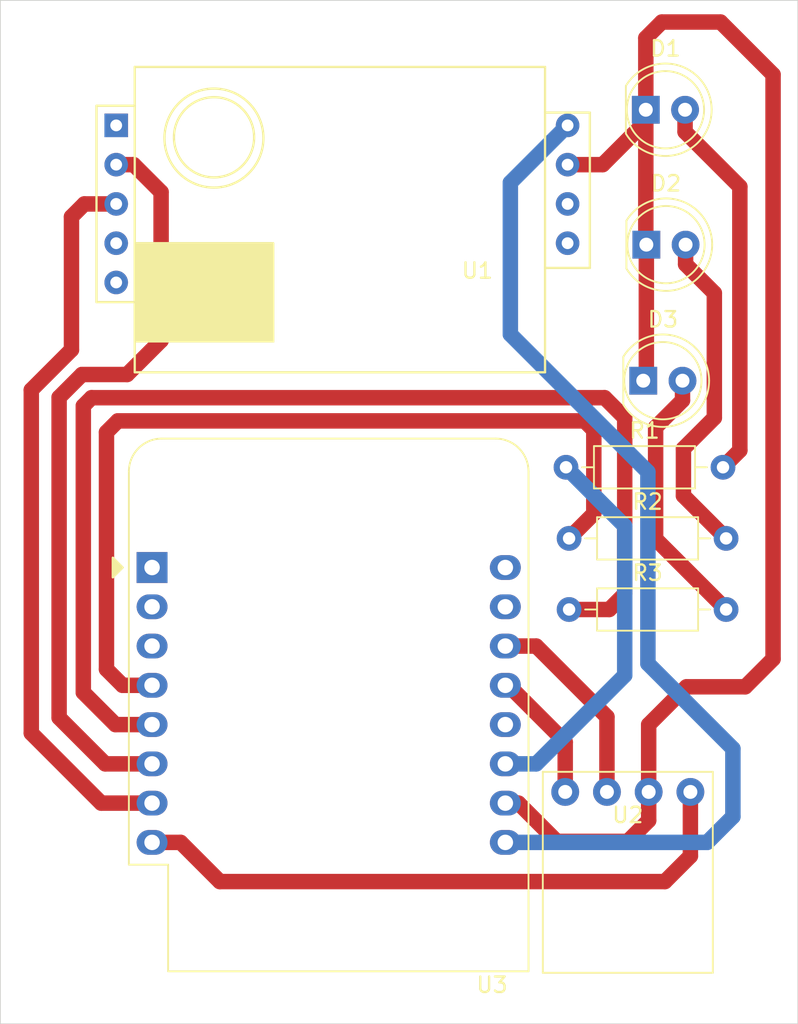
<source format=kicad_pcb>
(kicad_pcb (version 20171130) (host pcbnew "(5.1.8)-1")

  (general
    (thickness 1.6)
    (drawings 5)
    (tracks 95)
    (zones 0)
    (modules 9)
    (nets 25)
  )

  (page A4)
  (layers
    (0 F.Cu signal)
    (31 B.Cu signal)
    (32 B.Adhes user)
    (33 F.Adhes user)
    (34 B.Paste user)
    (35 F.Paste user)
    (36 B.SilkS user)
    (37 F.SilkS user)
    (38 B.Mask user)
    (39 F.Mask user)
    (40 Dwgs.User user)
    (41 Cmts.User user)
    (42 Eco1.User user)
    (43 Eco2.User user)
    (44 Edge.Cuts user)
    (45 Margin user)
    (46 B.CrtYd user)
    (47 F.CrtYd user)
    (48 B.Fab user)
    (49 F.Fab user)
  )

  (setup
    (last_trace_width 1)
    (trace_clearance 0.5)
    (zone_clearance 0.508)
    (zone_45_only no)
    (trace_min 0.2)
    (via_size 0.8)
    (via_drill 0.4)
    (via_min_size 0.4)
    (via_min_drill 0.3)
    (uvia_size 0.3)
    (uvia_drill 0.1)
    (uvias_allowed no)
    (uvia_min_size 0.2)
    (uvia_min_drill 0.1)
    (edge_width 0.05)
    (segment_width 0.2)
    (pcb_text_width 0.3)
    (pcb_text_size 1.5 1.5)
    (mod_edge_width 0.12)
    (mod_text_size 1 1)
    (mod_text_width 0.15)
    (pad_size 1.524 1.524)
    (pad_drill 0.762)
    (pad_to_mask_clearance 0)
    (aux_axis_origin 0 0)
    (visible_elements 7FFFFFFF)
    (pcbplotparams
      (layerselection 0x011fc_ffffffff)
      (usegerberextensions false)
      (usegerberattributes true)
      (usegerberadvancedattributes true)
      (creategerberjobfile true)
      (excludeedgelayer true)
      (linewidth 0.100000)
      (plotframeref false)
      (viasonmask false)
      (mode 1)
      (useauxorigin false)
      (hpglpennumber 1)
      (hpglpenspeed 20)
      (hpglpendiameter 15.000000)
      (psnegative false)
      (psa4output false)
      (plotreference true)
      (plotvalue true)
      (plotinvisibletext false)
      (padsonsilk false)
      (subtractmaskfromsilk false)
      (outputformat 1)
      (mirror false)
      (drillshape 0)
      (scaleselection 1)
      (outputdirectory "JLCPCB/"))
  )

  (net 0 "")
  (net 1 "Net-(D1-Pad1)")
  (net 2 "Net-(D1-Pad2)")
  (net 3 "Net-(D2-Pad2)")
  (net 4 "Net-(D3-Pad2)")
  (net 5 "Net-(R1-Pad1)")
  (net 6 "Net-(R2-Pad1)")
  (net 7 "Net-(R3-Pad1)")
  (net 8 "Net-(U1-Pad9)")
  (net 9 "Net-(U1-Pad8)")
  (net 10 "Net-(U1-Pad6)")
  (net 11 "Net-(U1-Pad5)")
  (net 12 "Net-(U1-Pad4)")
  (net 13 "Net-(U1-Pad3)")
  (net 14 "Net-(U1-Pad2)")
  (net 15 "Net-(U1-Pad1)")
  (net 16 "Net-(U2-Pad3)")
  (net 17 "Net-(U2-Pad4)")
  (net 18 "Net-(U3-Pad2)")
  (net 19 "Net-(U3-Pad1)")
  (net 20 "Net-(U3-Pad3)")
  (net 21 "Net-(U3-Pad12)")
  (net 22 "Net-(U3-Pad15)")
  (net 23 "Net-(U3-Pad16)")
  (net 24 "Net-(U2-Pad1)")

  (net_class Default "This is the default net class."
    (clearance 0.5)
    (trace_width 1)
    (via_dia 0.8)
    (via_drill 0.4)
    (uvia_dia 0.3)
    (uvia_drill 0.1)
    (add_net "Net-(U1-Pad1)")
    (add_net "Net-(U1-Pad2)")
    (add_net "Net-(U1-Pad3)")
    (add_net "Net-(U1-Pad4)")
    (add_net "Net-(U1-Pad5)")
    (add_net "Net-(U1-Pad6)")
    (add_net "Net-(U1-Pad8)")
    (add_net "Net-(U1-Pad9)")
    (add_net "Net-(U2-Pad1)")
    (add_net "Net-(U2-Pad3)")
    (add_net "Net-(U2-Pad4)")
    (add_net "Net-(U3-Pad1)")
    (add_net "Net-(U3-Pad12)")
    (add_net "Net-(U3-Pad15)")
    (add_net "Net-(U3-Pad16)")
    (add_net "Net-(U3-Pad2)")
    (add_net "Net-(U3-Pad3)")
  )

  (net_class PWR ""
    (clearance 0.5)
    (trace_width 1)
    (via_dia 0.8)
    (via_drill 0.4)
    (uvia_dia 0.3)
    (uvia_drill 0.1)
    (add_net "Net-(D1-Pad1)")
    (add_net "Net-(D1-Pad2)")
    (add_net "Net-(D2-Pad2)")
    (add_net "Net-(D3-Pad2)")
    (add_net "Net-(R1-Pad1)")
    (add_net "Net-(R2-Pad1)")
    (add_net "Net-(R3-Pad1)")
  )

  (module mh-z19b:Winsen_MH-Z19B (layer F.Cu) (tedit 5F8B2EEF) (tstamp 5FD275D3)
    (at 218.694 117.856 180)
    (path /5FCBE99F)
    (fp_text reference U1 (at -23.368 4.572) (layer F.SilkS)
      (effects (font (size 1 1) (thickness 0.15)))
    )
    (fp_text value MH-Z19B (at -19.05 0.762) (layer F.Fab)
      (effects (font (size 1 1) (thickness 0.15)))
    )
    (fp_line (start -1.2 -2) (end -1.2 17.75) (layer F.SilkS) (width 0.15))
    (fp_poly (pts (xy -10.16 0) (xy -10.16 6.35) (xy -1.27 6.35) (xy -1.27 0)) (layer F.SilkS) (width 0.15))
    (fp_circle (center -6.330656 13.2) (end -8.530656 11.825) (layer F.SilkS) (width 0.15))
    (fp_circle (center -6.325 13.15) (end -9.425 12.35) (layer F.SilkS) (width 0.15))
    (fp_line (start -27.75 17.75) (end -1.2 17.75) (layer F.SilkS) (width 0.15))
    (fp_line (start -27.75 -2) (end -27.75 17.75) (layer F.SilkS) (width 0.15))
    (fp_line (start -30.65 14.8) (end -27.75 14.8) (layer F.SilkS) (width 0.15))
    (fp_line (start -30.65 4.75) (end -30.65 14.8) (layer F.SilkS) (width 0.15))
    (fp_line (start -27.75 4.75) (end -30.65 4.75) (layer F.SilkS) (width 0.15))
    (fp_line (start -1.27 2.54) (end 1.27 2.54) (layer F.SilkS) (width 0.15))
    (fp_line (start 1.275 2.54) (end 1.275 15.24) (layer F.SilkS) (width 0.15))
    (fp_line (start 1.27 15.24) (end -1.205 15.24) (layer F.SilkS) (width 0.15))
    (fp_line (start -1.2 -2) (end -27.75 -2) (layer F.SilkS) (width 0.15))
    (pad 9 thru_hole circle (at -29.21 6.35 180) (size 1.524 1.524) (drill 0.762) (layers *.Cu *.Mask)
      (net 8 "Net-(U1-Pad9)"))
    (pad 8 thru_hole circle (at -29.21 8.89 180) (size 1.524 1.524) (drill 0.762) (layers *.Cu *.Mask)
      (net 9 "Net-(U1-Pad8)"))
    (pad 7 thru_hole circle (at -29.21 11.43 180) (size 1.524 1.524) (drill 0.762) (layers *.Cu *.Mask)
      (net 1 "Net-(D1-Pad1)"))
    (pad 6 thru_hole circle (at -29.21 13.97 180) (size 1.524 1.524) (drill 0.762) (layers *.Cu *.Mask)
      (net 10 "Net-(U1-Pad6)"))
    (pad 5 thru_hole circle (at 0 3.81 180) (size 1.524 1.524) (drill 0.762) (layers *.Cu *.Mask)
      (net 11 "Net-(U1-Pad5)"))
    (pad 4 thru_hole circle (at 0 6.35 180) (size 1.524 1.524) (drill 0.762) (layers *.Cu *.Mask)
      (net 12 "Net-(U1-Pad4)"))
    (pad 3 thru_hole circle (at 0 8.89 180) (size 1.524 1.524) (drill 0.762) (layers *.Cu *.Mask)
      (net 13 "Net-(U1-Pad3)"))
    (pad 2 thru_hole circle (at 0 11.43 180) (size 1.524 1.524) (drill 0.762) (layers *.Cu *.Mask)
      (net 14 "Net-(U1-Pad2)"))
    (pad 1 thru_hole rect (at 0 13.97 180) (size 1.524 1.524) (drill 0.762) (layers *.Cu *.Mask)
      (net 15 "Net-(U1-Pad1)"))
  )

  (module GY-BME280:GY-BME280 (layer F.Cu) (tedit 5FD0FFBB) (tstamp 5FD28798)
    (at 251.8 149 180)
    (path /5FD2126B)
    (fp_text reference U2 (at 0 0.5) (layer F.SilkS)
      (effects (font (size 1 1) (thickness 0.15)))
    )
    (fp_text value gybmep (at 0 -0.5) (layer F.Fab)
      (effects (font (size 1 1) (thickness 0.15)))
    )
    (fp_line (start -5.5 3.3) (end 5.5 3.3) (layer F.SilkS) (width 0.12))
    (fp_line (start 5.5 3.3) (end 5.5 -9.7) (layer F.SilkS) (width 0.12))
    (fp_line (start 5.5 -9.7) (end -5.5 -9.7) (layer F.SilkS) (width 0.12))
    (fp_line (start -5.5 -9.7) (end -5.5 3.3) (layer F.SilkS) (width 0.12))
    (pad 4 thru_hole circle (at 4.05 2 180) (size 1.8 1.8) (drill 0.9) (layers *.Cu *.Mask)
      (net 17 "Net-(U2-Pad4)"))
    (pad 3 thru_hole circle (at 1.35 2 180) (size 1.8 1.8) (drill 0.9) (layers *.Cu *.Mask)
      (net 16 "Net-(U2-Pad3)"))
    (pad 2 thru_hole circle (at -1.35 2 180) (size 1.8 1.8) (drill 0.9) (layers *.Cu *.Mask)
      (net 1 "Net-(D1-Pad1)"))
    (pad 1 thru_hole circle (at -4.05 2 180) (size 1.8 1.8) (drill 0.9) (layers *.Cu *.Mask)
      (net 24 "Net-(U2-Pad1)"))
  )

  (module Module:WEMOS_D1_mini_light (layer F.Cu) (tedit 5BBFB1CE) (tstamp 5FD27F05)
    (at 221.015001 132.485001)
    (descr "16-pin module, column spacing 22.86 mm (900 mils), https://wiki.wemos.cc/products:d1:d1_mini, https://c1.staticflickr.com/1/734/31400410271_f278b087db_z.jpg")
    (tags "ESP8266 WiFi microcontroller")
    (path /5FCD2C92)
    (fp_text reference U3 (at 22 27) (layer F.SilkS)
      (effects (font (size 1 1) (thickness 0.15)))
    )
    (fp_text value WeMos_D1_mini (at 11.7 0) (layer F.Fab)
      (effects (font (size 1 1) (thickness 0.15)))
    )
    (fp_line (start 1.04 19.22) (end 1.04 26.12) (layer F.SilkS) (width 0.12))
    (fp_line (start -1.5 19.22) (end 1.04 19.22) (layer F.SilkS) (width 0.12))
    (fp_line (start -0.37 0) (end -1.37 -1) (layer F.Fab) (width 0.1))
    (fp_line (start -1.37 1) (end -0.37 0) (layer F.Fab) (width 0.1))
    (fp_line (start -1.37 -6.21) (end -1.37 -1) (layer F.Fab) (width 0.1))
    (fp_line (start 1.17 19.09) (end 1.17 25.99) (layer F.Fab) (width 0.1))
    (fp_line (start -1.37 19.09) (end 1.17 19.09) (layer F.Fab) (width 0.1))
    (fp_line (start -1.35 -7.4) (end -0.55 -8.2) (layer Dwgs.User) (width 0.1))
    (fp_line (start -1.3 -5.45) (end 1.45 -8.2) (layer Dwgs.User) (width 0.1))
    (fp_line (start -1.35 -3.4) (end 3.45 -8.2) (layer Dwgs.User) (width 0.1))
    (fp_line (start 22.65 -1.4) (end 24.25 -3) (layer Dwgs.User) (width 0.1))
    (fp_line (start 20.65 -1.4) (end 24.25 -5) (layer Dwgs.User) (width 0.1))
    (fp_line (start 18.65 -1.4) (end 24.25 -7) (layer Dwgs.User) (width 0.1))
    (fp_line (start 16.65 -1.4) (end 23.45 -8.2) (layer Dwgs.User) (width 0.1))
    (fp_line (start 14.65 -1.4) (end 21.45 -8.2) (layer Dwgs.User) (width 0.1))
    (fp_line (start 12.65 -1.4) (end 19.45 -8.2) (layer Dwgs.User) (width 0.1))
    (fp_line (start 10.65 -1.4) (end 17.45 -8.2) (layer Dwgs.User) (width 0.1))
    (fp_line (start 8.65 -1.4) (end 15.45 -8.2) (layer Dwgs.User) (width 0.1))
    (fp_line (start 6.65 -1.4) (end 13.45 -8.2) (layer Dwgs.User) (width 0.1))
    (fp_line (start 4.65 -1.4) (end 11.45 -8.2) (layer Dwgs.User) (width 0.1))
    (fp_line (start 2.65 -1.4) (end 9.45 -8.2) (layer Dwgs.User) (width 0.1))
    (fp_line (start 0.65 -1.4) (end 7.45 -8.2) (layer Dwgs.User) (width 0.1))
    (fp_line (start -1.35 -1.4) (end 5.45 -8.2) (layer Dwgs.User) (width 0.1))
    (fp_line (start -1.35 -8.2) (end -1.35 -1.4) (layer Dwgs.User) (width 0.1))
    (fp_line (start 24.25 -8.2) (end -1.35 -8.2) (layer Dwgs.User) (width 0.1))
    (fp_line (start 24.25 -1.4) (end 24.25 -8.2) (layer Dwgs.User) (width 0.1))
    (fp_line (start -1.35 -1.4) (end 24.25 -1.4) (layer Dwgs.User) (width 0.1))
    (fp_poly (pts (xy -2.54 -0.635) (xy -2.54 0.635) (xy -1.905 0)) (layer F.SilkS) (width 0.15))
    (fp_line (start -1.62 26.24) (end -1.62 -8.46) (layer F.CrtYd) (width 0.05))
    (fp_line (start 24.48 26.24) (end -1.62 26.24) (layer F.CrtYd) (width 0.05))
    (fp_line (start 24.48 -8.41) (end 24.48 26.24) (layer F.CrtYd) (width 0.05))
    (fp_line (start -1.62 -8.46) (end 24.48 -8.46) (layer F.CrtYd) (width 0.05))
    (fp_line (start -1.37 1) (end -1.37 19.09) (layer F.Fab) (width 0.1))
    (fp_line (start 22.23 -8.21) (end 0.63 -8.21) (layer F.Fab) (width 0.1))
    (fp_line (start 24.23 25.99) (end 24.23 -6.21) (layer F.Fab) (width 0.1))
    (fp_line (start 1.17 25.99) (end 24.23 25.99) (layer F.Fab) (width 0.1))
    (fp_line (start 22.24 -8.34) (end 0.63 -8.34) (layer F.SilkS) (width 0.12))
    (fp_line (start 24.36 26.12) (end 24.36 -6.21) (layer F.SilkS) (width 0.12))
    (fp_line (start -1.5 19.22) (end -1.5 -6.21) (layer F.SilkS) (width 0.12))
    (fp_line (start 1.04 26.12) (end 24.36 26.12) (layer F.SilkS) (width 0.12))
    (fp_text user %R (at 11.43 10) (layer F.Fab)
      (effects (font (size 1 1) (thickness 0.15)))
    )
    (fp_arc (start 0.63 -6.21) (end 0.63 -8.21) (angle -90) (layer F.Fab) (width 0.1))
    (fp_arc (start 22.23 -6.21) (end 24.23 -6.19) (angle -90) (layer F.Fab) (width 0.1))
    (fp_arc (start 0.63 -6.21) (end 0.63 -8.34) (angle -90) (layer F.SilkS) (width 0.12))
    (fp_arc (start 22.23 -6.21) (end 24.36 -6.21) (angle -90) (layer F.SilkS) (width 0.12))
    (fp_text user "KEEP OUT" (at 11.43 -6.35) (layer Cmts.User)
      (effects (font (size 1 1) (thickness 0.15)))
    )
    (fp_text user "No copper" (at 11.43 -3.81) (layer Cmts.User)
      (effects (font (size 1 1) (thickness 0.15)))
    )
    (pad 2 thru_hole oval (at 0 2.54) (size 2 1.6) (drill 1) (layers *.Cu *.Mask)
      (net 18 "Net-(U3-Pad2)"))
    (pad 1 thru_hole rect (at 0 0) (size 2 2) (drill 1) (layers *.Cu *.Mask)
      (net 19 "Net-(U3-Pad1)"))
    (pad 3 thru_hole oval (at 0 5.08) (size 2 1.6) (drill 1) (layers *.Cu *.Mask)
      (net 20 "Net-(U3-Pad3)"))
    (pad 4 thru_hole oval (at 0 7.62) (size 2 1.6) (drill 1) (layers *.Cu *.Mask)
      (net 6 "Net-(R2-Pad1)"))
    (pad 5 thru_hole oval (at 0 10.16) (size 2 1.6) (drill 1) (layers *.Cu *.Mask)
      (net 7 "Net-(R3-Pad1)"))
    (pad 6 thru_hole oval (at 0 12.7) (size 2 1.6) (drill 1) (layers *.Cu *.Mask)
      (net 14 "Net-(U1-Pad2)"))
    (pad 7 thru_hole oval (at 0 15.24) (size 2 1.6) (drill 1) (layers *.Cu *.Mask)
      (net 13 "Net-(U1-Pad3)"))
    (pad 8 thru_hole oval (at 0 17.78) (size 2 1.6) (drill 1) (layers *.Cu *.Mask)
      (net 24 "Net-(U2-Pad1)"))
    (pad 9 thru_hole oval (at 22.86 17.78) (size 2 1.6) (drill 1) (layers *.Cu *.Mask)
      (net 10 "Net-(U1-Pad6)"))
    (pad 10 thru_hole oval (at 22.86 15.24) (size 2 1.6) (drill 1) (layers *.Cu *.Mask)
      (net 1 "Net-(D1-Pad1)"))
    (pad 11 thru_hole oval (at 22.86 12.7) (size 2 1.6) (drill 1) (layers *.Cu *.Mask)
      (net 5 "Net-(R1-Pad1)"))
    (pad 12 thru_hole oval (at 22.86 10.16) (size 2 1.6) (drill 1) (layers *.Cu *.Mask)
      (net 21 "Net-(U3-Pad12)"))
    (pad 13 thru_hole oval (at 22.86 7.62) (size 2 1.6) (drill 1) (layers *.Cu *.Mask)
      (net 17 "Net-(U2-Pad4)"))
    (pad 14 thru_hole oval (at 22.86 5.08) (size 2 1.6) (drill 1) (layers *.Cu *.Mask)
      (net 16 "Net-(U2-Pad3)"))
    (pad 15 thru_hole oval (at 22.86 2.54) (size 2 1.6) (drill 1) (layers *.Cu *.Mask)
      (net 22 "Net-(U3-Pad15)"))
    (pad 16 thru_hole oval (at 22.86 0) (size 2 1.6) (drill 1) (layers *.Cu *.Mask)
      (net 23 "Net-(U3-Pad16)"))
    (model ${KISYS3DMOD}/Module.3dshapes/WEMOS_D1_mini_light.wrl
      (at (xyz 0 0 0))
      (scale (xyz 1 1 1))
      (rotate (xyz 0 0 0))
    )
    (model ${KISYS3DMOD}/Connector_PinHeader_2.54mm.3dshapes/PinHeader_1x08_P2.54mm_Vertical.wrl
      (offset (xyz 0 0 9.5))
      (scale (xyz 1 1 1))
      (rotate (xyz 0 -180 0))
    )
    (model ${KISYS3DMOD}/Connector_PinHeader_2.54mm.3dshapes/PinHeader_1x08_P2.54mm_Vertical.wrl
      (offset (xyz 22.86 0 9.5))
      (scale (xyz 1 1 1))
      (rotate (xyz 0 -180 0))
    )
    (model ${KISYS3DMOD}/Connector_PinSocket_2.54mm.3dshapes/PinSocket_1x08_P2.54mm_Vertical.wrl
      (at (xyz 0 0 0))
      (scale (xyz 1 1 1))
      (rotate (xyz 0 0 0))
    )
    (model ${KISYS3DMOD}/Connector_PinSocket_2.54mm.3dshapes/PinSocket_1x08_P2.54mm_Vertical.wrl
      (offset (xyz 22.86 0 0))
      (scale (xyz 1 1 1))
      (rotate (xyz 0 0 0))
    )
  )

  (module LED_THT:LED_D5.0mm (layer F.Cu) (tedit 5995936A) (tstamp 5FD29705)
    (at 252.965001 102.875001)
    (descr "LED, diameter 5.0mm, 2 pins, http://cdn-reichelt.de/documents/datenblatt/A500/LL-504BC2E-009.pdf")
    (tags "LED diameter 5.0mm 2 pins")
    (path /5FD12599)
    (fp_text reference D1 (at 1.27 -3.96) (layer F.SilkS)
      (effects (font (size 1 1) (thickness 0.15)))
    )
    (fp_text value LED (at 1.27 3.96) (layer F.Fab)
      (effects (font (size 1 1) (thickness 0.15)))
    )
    (fp_line (start 4.5 -3.25) (end -1.95 -3.25) (layer F.CrtYd) (width 0.05))
    (fp_line (start 4.5 3.25) (end 4.5 -3.25) (layer F.CrtYd) (width 0.05))
    (fp_line (start -1.95 3.25) (end 4.5 3.25) (layer F.CrtYd) (width 0.05))
    (fp_line (start -1.95 -3.25) (end -1.95 3.25) (layer F.CrtYd) (width 0.05))
    (fp_line (start -1.29 -1.545) (end -1.29 1.545) (layer F.SilkS) (width 0.12))
    (fp_line (start -1.23 -1.469694) (end -1.23 1.469694) (layer F.Fab) (width 0.1))
    (fp_circle (center 1.27 0) (end 3.77 0) (layer F.SilkS) (width 0.12))
    (fp_circle (center 1.27 0) (end 3.77 0) (layer F.Fab) (width 0.1))
    (fp_arc (start 1.27 0) (end -1.23 -1.469694) (angle 299.1) (layer F.Fab) (width 0.1))
    (fp_arc (start 1.27 0) (end -1.29 -1.54483) (angle 148.9) (layer F.SilkS) (width 0.12))
    (fp_arc (start 1.27 0) (end -1.29 1.54483) (angle -148.9) (layer F.SilkS) (width 0.12))
    (fp_text user %R (at 1.25 0) (layer F.Fab)
      (effects (font (size 0.8 0.8) (thickness 0.2)))
    )
    (pad 1 thru_hole rect (at 0 0) (size 1.8 1.8) (drill 0.9) (layers *.Cu *.Mask)
      (net 1 "Net-(D1-Pad1)"))
    (pad 2 thru_hole circle (at 2.54 0) (size 1.8 1.8) (drill 0.9) (layers *.Cu *.Mask)
      (net 2 "Net-(D1-Pad2)"))
    (model ${KISYS3DMOD}/LED_THT.3dshapes/LED_D5.0mm.wrl
      (at (xyz 0 0 0))
      (scale (xyz 1 1 1))
      (rotate (xyz 0 0 0))
    )
  )

  (module LED_THT:LED_D5.0mm (layer F.Cu) (tedit 5995936A) (tstamp 5FD296D2)
    (at 253 111.6)
    (descr "LED, diameter 5.0mm, 2 pins, http://cdn-reichelt.de/documents/datenblatt/A500/LL-504BC2E-009.pdf")
    (tags "LED diameter 5.0mm 2 pins")
    (path /5FD136A0)
    (fp_text reference D2 (at 1.27 -3.96) (layer F.SilkS)
      (effects (font (size 1 1) (thickness 0.15)))
    )
    (fp_text value LED (at 1.27 3.96) (layer F.Fab)
      (effects (font (size 1 1) (thickness 0.15)))
    )
    (fp_circle (center 1.27 0) (end 3.77 0) (layer F.Fab) (width 0.1))
    (fp_circle (center 1.27 0) (end 3.77 0) (layer F.SilkS) (width 0.12))
    (fp_line (start -1.23 -1.469694) (end -1.23 1.469694) (layer F.Fab) (width 0.1))
    (fp_line (start -1.29 -1.545) (end -1.29 1.545) (layer F.SilkS) (width 0.12))
    (fp_line (start -1.95 -3.25) (end -1.95 3.25) (layer F.CrtYd) (width 0.05))
    (fp_line (start -1.95 3.25) (end 4.5 3.25) (layer F.CrtYd) (width 0.05))
    (fp_line (start 4.5 3.25) (end 4.5 -3.25) (layer F.CrtYd) (width 0.05))
    (fp_line (start 4.5 -3.25) (end -1.95 -3.25) (layer F.CrtYd) (width 0.05))
    (fp_text user %R (at 1.25 0) (layer F.Fab)
      (effects (font (size 0.8 0.8) (thickness 0.2)))
    )
    (fp_arc (start 1.27 0) (end -1.29 1.54483) (angle -148.9) (layer F.SilkS) (width 0.12))
    (fp_arc (start 1.27 0) (end -1.29 -1.54483) (angle 148.9) (layer F.SilkS) (width 0.12))
    (fp_arc (start 1.27 0) (end -1.23 -1.469694) (angle 299.1) (layer F.Fab) (width 0.1))
    (pad 2 thru_hole circle (at 2.54 0) (size 1.8 1.8) (drill 0.9) (layers *.Cu *.Mask)
      (net 3 "Net-(D2-Pad2)"))
    (pad 1 thru_hole rect (at 0 0) (size 1.8 1.8) (drill 0.9) (layers *.Cu *.Mask)
      (net 1 "Net-(D1-Pad1)"))
    (model ${KISYS3DMOD}/LED_THT.3dshapes/LED_D5.0mm.wrl
      (at (xyz 0 0 0))
      (scale (xyz 1 1 1))
      (rotate (xyz 0 0 0))
    )
  )

  (module LED_THT:LED_D5.0mm (layer F.Cu) (tedit 5995936A) (tstamp 5FD2977A)
    (at 252.8 120.4)
    (descr "LED, diameter 5.0mm, 2 pins, http://cdn-reichelt.de/documents/datenblatt/A500/LL-504BC2E-009.pdf")
    (tags "LED diameter 5.0mm 2 pins")
    (path /5FD14625)
    (fp_text reference D3 (at 1.27 -3.96) (layer F.SilkS)
      (effects (font (size 1 1) (thickness 0.15)))
    )
    (fp_text value LED (at 1.27 3.96) (layer F.Fab)
      (effects (font (size 1 1) (thickness 0.15)))
    )
    (fp_line (start 4.5 -3.25) (end -1.95 -3.25) (layer F.CrtYd) (width 0.05))
    (fp_line (start 4.5 3.25) (end 4.5 -3.25) (layer F.CrtYd) (width 0.05))
    (fp_line (start -1.95 3.25) (end 4.5 3.25) (layer F.CrtYd) (width 0.05))
    (fp_line (start -1.95 -3.25) (end -1.95 3.25) (layer F.CrtYd) (width 0.05))
    (fp_line (start -1.29 -1.545) (end -1.29 1.545) (layer F.SilkS) (width 0.12))
    (fp_line (start -1.23 -1.469694) (end -1.23 1.469694) (layer F.Fab) (width 0.1))
    (fp_circle (center 1.27 0) (end 3.77 0) (layer F.SilkS) (width 0.12))
    (fp_circle (center 1.27 0) (end 3.77 0) (layer F.Fab) (width 0.1))
    (fp_arc (start 1.27 0) (end -1.23 -1.469694) (angle 299.1) (layer F.Fab) (width 0.1))
    (fp_arc (start 1.27 0) (end -1.29 -1.54483) (angle 148.9) (layer F.SilkS) (width 0.12))
    (fp_arc (start 1.27 0) (end -1.29 1.54483) (angle -148.9) (layer F.SilkS) (width 0.12))
    (fp_text user %R (at 1.25 0) (layer F.Fab)
      (effects (font (size 0.8 0.8) (thickness 0.2)))
    )
    (pad 1 thru_hole rect (at 0 0) (size 1.8 1.8) (drill 0.9) (layers *.Cu *.Mask)
      (net 1 "Net-(D1-Pad1)"))
    (pad 2 thru_hole circle (at 2.54 0) (size 1.8 1.8) (drill 0.9) (layers *.Cu *.Mask)
      (net 4 "Net-(D3-Pad2)"))
    (model ${KISYS3DMOD}/LED_THT.3dshapes/LED_D5.0mm.wrl
      (at (xyz 0 0 0))
      (scale (xyz 1 1 1))
      (rotate (xyz 0 0 0))
    )
  )

  (module Resistor_THT:R_Axial_DIN0207_L6.3mm_D2.5mm_P10.16mm_Horizontal (layer F.Cu) (tedit 5AE5139B) (tstamp 5FD2973D)
    (at 247.8 126)
    (descr "Resistor, Axial_DIN0207 series, Axial, Horizontal, pin pitch=10.16mm, 0.25W = 1/4W, length*diameter=6.3*2.5mm^2, http://cdn-reichelt.de/documents/datenblatt/B400/1_4W%23YAG.pdf")
    (tags "Resistor Axial_DIN0207 series Axial Horizontal pin pitch 10.16mm 0.25W = 1/4W length 6.3mm diameter 2.5mm")
    (path /5FD1520A)
    (fp_text reference R1 (at 5.08 -2.37) (layer F.SilkS)
      (effects (font (size 1 1) (thickness 0.15)))
    )
    (fp_text value R (at 5.08 2.37) (layer F.Fab)
      (effects (font (size 1 1) (thickness 0.15)))
    )
    (fp_line (start 11.21 -1.5) (end -1.05 -1.5) (layer F.CrtYd) (width 0.05))
    (fp_line (start 11.21 1.5) (end 11.21 -1.5) (layer F.CrtYd) (width 0.05))
    (fp_line (start -1.05 1.5) (end 11.21 1.5) (layer F.CrtYd) (width 0.05))
    (fp_line (start -1.05 -1.5) (end -1.05 1.5) (layer F.CrtYd) (width 0.05))
    (fp_line (start 9.12 0) (end 8.35 0) (layer F.SilkS) (width 0.12))
    (fp_line (start 1.04 0) (end 1.81 0) (layer F.SilkS) (width 0.12))
    (fp_line (start 8.35 -1.37) (end 1.81 -1.37) (layer F.SilkS) (width 0.12))
    (fp_line (start 8.35 1.37) (end 8.35 -1.37) (layer F.SilkS) (width 0.12))
    (fp_line (start 1.81 1.37) (end 8.35 1.37) (layer F.SilkS) (width 0.12))
    (fp_line (start 1.81 -1.37) (end 1.81 1.37) (layer F.SilkS) (width 0.12))
    (fp_line (start 10.16 0) (end 8.23 0) (layer F.Fab) (width 0.1))
    (fp_line (start 0 0) (end 1.93 0) (layer F.Fab) (width 0.1))
    (fp_line (start 8.23 -1.25) (end 1.93 -1.25) (layer F.Fab) (width 0.1))
    (fp_line (start 8.23 1.25) (end 8.23 -1.25) (layer F.Fab) (width 0.1))
    (fp_line (start 1.93 1.25) (end 8.23 1.25) (layer F.Fab) (width 0.1))
    (fp_line (start 1.93 -1.25) (end 1.93 1.25) (layer F.Fab) (width 0.1))
    (fp_text user %R (at 5.08 0) (layer F.Fab)
      (effects (font (size 1 1) (thickness 0.15)))
    )
    (pad 1 thru_hole circle (at 0 0) (size 1.6 1.6) (drill 0.8) (layers *.Cu *.Mask)
      (net 5 "Net-(R1-Pad1)"))
    (pad 2 thru_hole oval (at 10.16 0) (size 1.6 1.6) (drill 0.8) (layers *.Cu *.Mask)
      (net 2 "Net-(D1-Pad2)"))
    (model ${KISYS3DMOD}/Resistor_THT.3dshapes/R_Axial_DIN0207_L6.3mm_D2.5mm_P10.16mm_Horizontal.wrl
      (at (xyz 0 0 0))
      (scale (xyz 1 1 1))
      (rotate (xyz 0 0 0))
    )
  )

  (module Resistor_THT:R_Axial_DIN0207_L6.3mm_D2.5mm_P10.16mm_Horizontal (layer F.Cu) (tedit 5AE5139B) (tstamp 5FD297FD)
    (at 248 130.6)
    (descr "Resistor, Axial_DIN0207 series, Axial, Horizontal, pin pitch=10.16mm, 0.25W = 1/4W, length*diameter=6.3*2.5mm^2, http://cdn-reichelt.de/documents/datenblatt/B400/1_4W%23YAG.pdf")
    (tags "Resistor Axial_DIN0207 series Axial Horizontal pin pitch 10.16mm 0.25W = 1/4W length 6.3mm diameter 2.5mm")
    (path /5FD163C1)
    (fp_text reference R2 (at 5.08 -2.37) (layer F.SilkS)
      (effects (font (size 1 1) (thickness 0.15)))
    )
    (fp_text value R (at 5.08 2.37) (layer F.Fab)
      (effects (font (size 1 1) (thickness 0.15)))
    )
    (fp_line (start 1.93 -1.25) (end 1.93 1.25) (layer F.Fab) (width 0.1))
    (fp_line (start 1.93 1.25) (end 8.23 1.25) (layer F.Fab) (width 0.1))
    (fp_line (start 8.23 1.25) (end 8.23 -1.25) (layer F.Fab) (width 0.1))
    (fp_line (start 8.23 -1.25) (end 1.93 -1.25) (layer F.Fab) (width 0.1))
    (fp_line (start 0 0) (end 1.93 0) (layer F.Fab) (width 0.1))
    (fp_line (start 10.16 0) (end 8.23 0) (layer F.Fab) (width 0.1))
    (fp_line (start 1.81 -1.37) (end 1.81 1.37) (layer F.SilkS) (width 0.12))
    (fp_line (start 1.81 1.37) (end 8.35 1.37) (layer F.SilkS) (width 0.12))
    (fp_line (start 8.35 1.37) (end 8.35 -1.37) (layer F.SilkS) (width 0.12))
    (fp_line (start 8.35 -1.37) (end 1.81 -1.37) (layer F.SilkS) (width 0.12))
    (fp_line (start 1.04 0) (end 1.81 0) (layer F.SilkS) (width 0.12))
    (fp_line (start 9.12 0) (end 8.35 0) (layer F.SilkS) (width 0.12))
    (fp_line (start -1.05 -1.5) (end -1.05 1.5) (layer F.CrtYd) (width 0.05))
    (fp_line (start -1.05 1.5) (end 11.21 1.5) (layer F.CrtYd) (width 0.05))
    (fp_line (start 11.21 1.5) (end 11.21 -1.5) (layer F.CrtYd) (width 0.05))
    (fp_line (start 11.21 -1.5) (end -1.05 -1.5) (layer F.CrtYd) (width 0.05))
    (fp_text user %R (at 5.08 0) (layer F.Fab)
      (effects (font (size 1 1) (thickness 0.15)))
    )
    (pad 2 thru_hole oval (at 10.16 0) (size 1.6 1.6) (drill 0.8) (layers *.Cu *.Mask)
      (net 3 "Net-(D2-Pad2)"))
    (pad 1 thru_hole circle (at 0 0) (size 1.6 1.6) (drill 0.8) (layers *.Cu *.Mask)
      (net 6 "Net-(R2-Pad1)"))
    (model ${KISYS3DMOD}/Resistor_THT.3dshapes/R_Axial_DIN0207_L6.3mm_D2.5mm_P10.16mm_Horizontal.wrl
      (at (xyz 0 0 0))
      (scale (xyz 1 1 1))
      (rotate (xyz 0 0 0))
    )
  )

  (module Resistor_THT:R_Axial_DIN0207_L6.3mm_D2.5mm_P10.16mm_Horizontal (layer F.Cu) (tedit 5AE5139B) (tstamp 5FD29695)
    (at 248 135.2)
    (descr "Resistor, Axial_DIN0207 series, Axial, Horizontal, pin pitch=10.16mm, 0.25W = 1/4W, length*diameter=6.3*2.5mm^2, http://cdn-reichelt.de/documents/datenblatt/B400/1_4W%23YAG.pdf")
    (tags "Resistor Axial_DIN0207 series Axial Horizontal pin pitch 10.16mm 0.25W = 1/4W length 6.3mm diameter 2.5mm")
    (path /5FD16E36)
    (fp_text reference R3 (at 5.08 -2.37) (layer F.SilkS)
      (effects (font (size 1 1) (thickness 0.15)))
    )
    (fp_text value R (at 5.08 2.37) (layer F.Fab)
      (effects (font (size 1 1) (thickness 0.15)))
    )
    (fp_line (start 11.21 -1.5) (end -1.05 -1.5) (layer F.CrtYd) (width 0.05))
    (fp_line (start 11.21 1.5) (end 11.21 -1.5) (layer F.CrtYd) (width 0.05))
    (fp_line (start -1.05 1.5) (end 11.21 1.5) (layer F.CrtYd) (width 0.05))
    (fp_line (start -1.05 -1.5) (end -1.05 1.5) (layer F.CrtYd) (width 0.05))
    (fp_line (start 9.12 0) (end 8.35 0) (layer F.SilkS) (width 0.12))
    (fp_line (start 1.04 0) (end 1.81 0) (layer F.SilkS) (width 0.12))
    (fp_line (start 8.35 -1.37) (end 1.81 -1.37) (layer F.SilkS) (width 0.12))
    (fp_line (start 8.35 1.37) (end 8.35 -1.37) (layer F.SilkS) (width 0.12))
    (fp_line (start 1.81 1.37) (end 8.35 1.37) (layer F.SilkS) (width 0.12))
    (fp_line (start 1.81 -1.37) (end 1.81 1.37) (layer F.SilkS) (width 0.12))
    (fp_line (start 10.16 0) (end 8.23 0) (layer F.Fab) (width 0.1))
    (fp_line (start 0 0) (end 1.93 0) (layer F.Fab) (width 0.1))
    (fp_line (start 8.23 -1.25) (end 1.93 -1.25) (layer F.Fab) (width 0.1))
    (fp_line (start 8.23 1.25) (end 8.23 -1.25) (layer F.Fab) (width 0.1))
    (fp_line (start 1.93 1.25) (end 8.23 1.25) (layer F.Fab) (width 0.1))
    (fp_line (start 1.93 -1.25) (end 1.93 1.25) (layer F.Fab) (width 0.1))
    (fp_text user %R (at 5.08 0) (layer F.Fab)
      (effects (font (size 1 1) (thickness 0.15)))
    )
    (pad 1 thru_hole circle (at 0 0) (size 1.6 1.6) (drill 0.8) (layers *.Cu *.Mask)
      (net 7 "Net-(R3-Pad1)"))
    (pad 2 thru_hole oval (at 10.16 0) (size 1.6 1.6) (drill 0.8) (layers *.Cu *.Mask)
      (net 4 "Net-(D3-Pad2)"))
    (model ${KISYS3DMOD}/Resistor_THT.3dshapes/R_Axial_DIN0207_L6.3mm_D2.5mm_P10.16mm_Horizontal.wrl
      (at (xyz 0 0 0))
      (scale (xyz 1 1 1))
      (rotate (xyz 0 0 0))
    )
  )

  (gr_line (start 262.8 162) (end 211.2 162) (layer Edge.Cuts) (width 0.05) (tstamp 5FD33B83))
  (gr_line (start 211.2 95.8) (end 262.8 95.8) (layer Edge.Cuts) (width 0.05) (tstamp 5FD33B7B))
  (gr_line (start 211.2 95.8) (end 211.2 162) (layer Edge.Cuts) (width 0.05))
  (gr_line (start 262.8 95.8) (end 262.8 162) (layer Edge.Cuts) (width 0.05))
  (gr_text mvich@escoladisseny.com (at 233 156.6) (layer Dwgs.User)
    (effects (font (size 1 1) (thickness 0.15)))
  )

  (segment (start 252.965001 120.234999) (end 252.8 120.4) (width 0.5) (layer F.Cu) (net 1) (tstamp 5FD2988A))
  (segment (start 243.875001 147.725001) (end 244.525001 147.725001) (width 0.5) (layer F.Cu) (net 1) (tstamp 5FD2985D))
  (segment (start 243.875001 147.725001) (end 244.725001 147.725001) (width 1) (layer F.Cu) (net 1))
  (segment (start 244.725001 147.725001) (end 247.2 150.2) (width 1) (layer F.Cu) (net 1))
  (segment (start 247.2 150.2) (end 251.8 150.2) (width 1) (layer F.Cu) (net 1))
  (segment (start 253.15 148.85) (end 253.15 147) (width 1) (layer F.Cu) (net 1))
  (segment (start 251.8 150.2) (end 253.15 148.85) (width 1) (layer F.Cu) (net 1))
  (segment (start 252.965001 98.234999) (end 252.965001 102.875001) (width 1) (layer F.Cu) (net 1))
  (segment (start 254 97.2) (end 252.965001 98.234999) (width 1) (layer F.Cu) (net 1))
  (segment (start 257.8 97.2) (end 254 97.2) (width 1) (layer F.Cu) (net 1))
  (segment (start 261.2 100.6) (end 257.8 97.2) (width 1) (layer F.Cu) (net 1))
  (segment (start 261.2 138.4) (end 261.2 100.6) (width 1) (layer F.Cu) (net 1))
  (segment (start 259.4 140.2) (end 261.2 138.4) (width 1) (layer F.Cu) (net 1))
  (segment (start 255.6 140.2) (end 259.4 140.2) (width 1) (layer F.Cu) (net 1))
  (segment (start 253.15 142.65) (end 255.6 140.2) (width 1) (layer F.Cu) (net 1))
  (segment (start 253.15 147) (end 253.15 142.65) (width 1) (layer F.Cu) (net 1))
  (segment (start 252.965001 102.875001) (end 252.965001 103.634999) (width 1) (layer F.Cu) (net 1))
  (segment (start 250.174 106.426) (end 247.904 106.426) (width 1) (layer F.Cu) (net 1))
  (segment (start 252.965001 103.634999) (end 250.174 106.426) (width 1) (layer F.Cu) (net 1))
  (segment (start 252.965001 111.565001) (end 253 111.6) (width 1) (layer F.Cu) (net 1))
  (segment (start 252.965001 102.875001) (end 252.965001 111.565001) (width 1) (layer F.Cu) (net 1))
  (segment (start 253 120.2) (end 252.8 120.4) (width 1) (layer F.Cu) (net 1))
  (segment (start 253 111.6) (end 253 120.2) (width 1) (layer F.Cu) (net 1))
  (segment (start 258.60001 125.35999) (end 257.96 126) (width 0.5) (layer F.Cu) (net 2) (tstamp 5FD29845))
  (segment (start 255.505001 102.875001) (end 255.505001 104.305001) (width 1) (layer F.Cu) (net 2))
  (segment (start 259.05001 124.90999) (end 257.96 126) (width 1) (layer F.Cu) (net 2))
  (segment (start 259.05001 107.85001) (end 259.05001 124.90999) (width 1) (layer F.Cu) (net 2))
  (segment (start 255.505001 104.305001) (end 259.05001 107.85001) (width 1) (layer F.Cu) (net 2))
  (segment (start 257.4 114.732792) (end 257.4 122.8) (width 1) (layer F.Cu) (net 3))
  (segment (start 255.54 112.872792) (end 257.4 114.732792) (width 1) (layer F.Cu) (net 3))
  (segment (start 255.54 111.6) (end 255.54 112.872792) (width 1) (layer F.Cu) (net 3))
  (segment (start 257.4 122.8) (end 255.4 124.8) (width 1) (layer F.Cu) (net 3))
  (segment (start 255.4 127.84) (end 258.16 130.6) (width 1) (layer F.Cu) (net 3))
  (segment (start 255.4 124.8) (end 255.4 127.84) (width 1) (layer F.Cu) (net 3))
  (segment (start 255.34 121.672792) (end 253.6 123.412792) (width 1) (layer F.Cu) (net 4))
  (segment (start 255.34 120.4) (end 255.34 121.672792) (width 1) (layer F.Cu) (net 4))
  (segment (start 253.6 130.64) (end 258.16 135.2) (width 1) (layer F.Cu) (net 4))
  (segment (start 253.6 123.412792) (end 253.6 130.64) (width 1) (layer F.Cu) (net 4))
  (segment (start 245.875001 145.185001) (end 251.6 139.460002) (width 1) (layer B.Cu) (net 5))
  (segment (start 243.875001 145.185001) (end 245.875001 145.185001) (width 1) (layer B.Cu) (net 5))
  (segment (start 251.6 129.8) (end 247.8 126) (width 1) (layer B.Cu) (net 5))
  (segment (start 251.6 139.460002) (end 251.6 129.8) (width 1) (layer B.Cu) (net 5))
  (segment (start 221.015001 140.535799) (end 221.015001 140.105001) (width 0.5) (layer F.Cu) (net 6) (tstamp 5FD29884))
  (segment (start 219.105001 140.105001) (end 221.015001 140.105001) (width 1) (layer F.Cu) (net 6))
  (segment (start 218.06601 123.73399) (end 218.06601 139.06601) (width 1) (layer F.Cu) (net 6))
  (segment (start 218.8 123) (end 218.06601 123.73399) (width 1) (layer F.Cu) (net 6))
  (segment (start 218.06601 139.06601) (end 219.105001 140.105001) (width 1) (layer F.Cu) (net 6))
  (segment (start 249 123) (end 218.8 123) (width 1) (layer F.Cu) (net 6))
  (segment (start 249.600001 123.600001) (end 249 123) (width 1) (layer F.Cu) (net 6))
  (segment (start 249.600001 128.999999) (end 249.600001 123.600001) (width 1) (layer F.Cu) (net 6))
  (segment (start 248 130.6) (end 249.600001 128.999999) (width 1) (layer F.Cu) (net 6))
  (segment (start 248 135.2) (end 250.6 135.2) (width 1) (layer F.Cu) (net 7))
  (segment (start 250.6 135.2) (end 251.6 134.2) (width 1) (layer F.Cu) (net 7))
  (segment (start 251.6 134.2) (end 251.6 122.8) (width 1) (layer F.Cu) (net 7))
  (segment (start 250.29999 121.49999) (end 217.10001 121.49999) (width 1) (layer F.Cu) (net 7))
  (segment (start 251.6 122.8) (end 250.29999 121.49999) (width 1) (layer F.Cu) (net 7))
  (segment (start 216.566 122.034) (end 216.566 140.566) (width 1) (layer F.Cu) (net 7))
  (segment (start 217.10001 121.49999) (end 216.566 122.034) (width 1) (layer F.Cu) (net 7))
  (segment (start 218.645001 142.645001) (end 221.015001 142.645001) (width 1) (layer F.Cu) (net 7))
  (segment (start 216.566 140.566) (end 218.645001 142.645001) (width 1) (layer F.Cu) (net 7))
  (segment (start 243.875001 150.265001) (end 256.934999 150.265001) (width 1) (layer B.Cu) (net 10))
  (segment (start 256.934999 150.265001) (end 258.6 148.6) (width 1) (layer B.Cu) (net 10))
  (segment (start 258.6 148.6) (end 258.6 144.2) (width 1) (layer B.Cu) (net 10))
  (segment (start 253.10001 138.70001) (end 253.10001 126.30001) (width 1) (layer B.Cu) (net 10))
  (segment (start 258.6 144.2) (end 253.10001 138.70001) (width 1) (layer B.Cu) (net 10))
  (segment (start 253.10001 126.30001) (end 244.2 117.4) (width 1) (layer B.Cu) (net 10))
  (segment (start 244.2 107.59) (end 247.904 103.886) (width 1) (layer B.Cu) (net 10))
  (segment (start 244.2 117.4) (end 244.2 107.59) (width 1) (layer B.Cu) (net 10))
  (segment (start 218.694 108.966) (end 216.634 108.966) (width 1) (layer F.Cu) (net 13))
  (segment (start 216.634 108.966) (end 215.8 109.8) (width 1) (layer F.Cu) (net 13))
  (segment (start 215.8 109.8) (end 215.8 118.4) (width 1) (layer F.Cu) (net 13))
  (segment (start 215.8 118.4) (end 213.2 121) (width 1) (layer F.Cu) (net 13))
  (segment (start 213.2 121) (end 213.2 143.2) (width 1) (layer F.Cu) (net 13))
  (segment (start 217.725001 147.725001) (end 221.015001 147.725001) (width 1) (layer F.Cu) (net 13))
  (segment (start 213.2 143.2) (end 217.725001 147.725001) (width 1) (layer F.Cu) (net 13))
  (segment (start 218.694 106.426) (end 219.826 106.426) (width 1) (layer F.Cu) (net 14))
  (segment (start 219.826 106.426) (end 221.6 108.2) (width 1) (layer F.Cu) (net 14))
  (segment (start 221.6 108.2) (end 221.6 117.8) (width 1) (layer F.Cu) (net 14))
  (segment (start 219.40002 119.99998) (end 216.478686 119.99998) (width 1) (layer F.Cu) (net 14))
  (segment (start 221.6 117.8) (end 219.40002 119.99998) (width 1) (layer F.Cu) (net 14))
  (segment (start 216.478686 119.99998) (end 215 121.478666) (width 1) (layer F.Cu) (net 14))
  (segment (start 215 121.478666) (end 215 142.2) (width 1) (layer F.Cu) (net 14))
  (segment (start 217.985001 145.185001) (end 221.015001 145.185001) (width 1) (layer F.Cu) (net 14))
  (segment (start 215 142.2) (end 217.985001 145.185001) (width 1) (layer F.Cu) (net 14))
  (segment (start 245.875001 137.565001) (end 243.875001 137.565001) (width 1) (layer F.Cu) (net 16))
  (segment (start 250.45 142.14) (end 245.875001 137.565001) (width 1) (layer F.Cu) (net 16))
  (segment (start 250.45 147) (end 250.45 142.14) (width 1) (layer F.Cu) (net 16))
  (segment (start 244.080599 140.105001) (end 243.875001 140.105001) (width 1) (layer F.Cu) (net 17))
  (segment (start 247.75 143.774402) (end 244.080599 140.105001) (width 1) (layer F.Cu) (net 17))
  (segment (start 247.75 147) (end 247.75 143.774402) (width 1) (layer F.Cu) (net 17))
  (segment (start 255.85 147) (end 255.85 151.15) (width 1) (layer F.Cu) (net 24))
  (segment (start 255.85 151.15) (end 254.2 152.8) (width 1) (layer F.Cu) (net 24))
  (segment (start 254.2 152.8) (end 225.4 152.8) (width 1) (layer F.Cu) (net 24))
  (segment (start 222.865001 150.265001) (end 221.015001 150.265001) (width 1) (layer F.Cu) (net 24))
  (segment (start 225.4 152.8) (end 222.865001 150.265001) (width 1) (layer F.Cu) (net 24))

)

</source>
